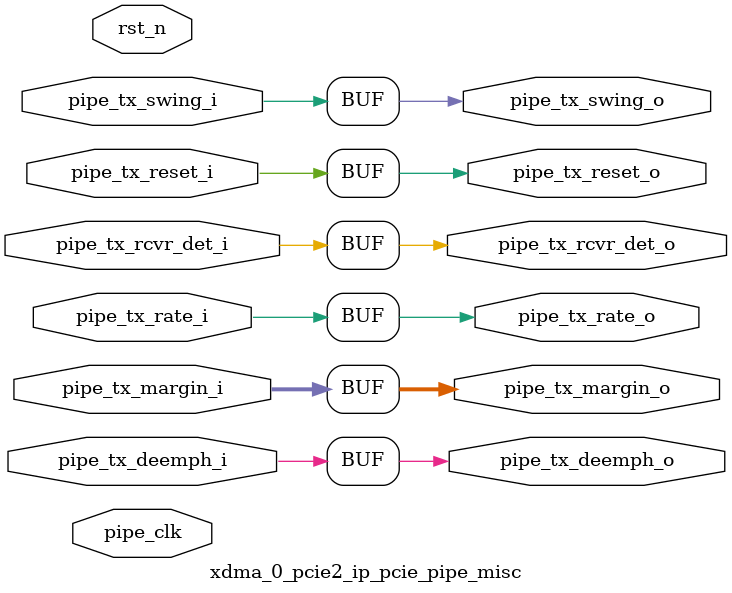
<source format=v>

`timescale 1ps/1ps

(* DowngradeIPIdentifiedWarnings = "yes" *)
module xdma_0_pcie2_ip_pcie_pipe_misc #
(
    parameter        PIPE_PIPELINE_STAGES = 0,    // 0 - 0 stages, 1 - 1 stage, 2 - 2 stages
    parameter TCQ  = 1 // synthesis warning solved: parameter declaration becomes local
)
(

    input   wire        pipe_tx_rcvr_det_i       ,     // PIPE Tx Receiver Detect
    input   wire        pipe_tx_reset_i          ,     // PIPE Tx Reset
    input   wire        pipe_tx_rate_i           ,     // PIPE Tx Rate
    input   wire        pipe_tx_deemph_i         ,     // PIPE Tx Deemphasis
    input   wire [2:0]  pipe_tx_margin_i         ,     // PIPE Tx Margin
    input   wire        pipe_tx_swing_i          ,     // PIPE Tx Swing

    output  wire        pipe_tx_rcvr_det_o       ,     // Pipelined PIPE Tx Receiver Detect
    output  wire        pipe_tx_reset_o          ,     // Pipelined PIPE Tx Reset
    output  wire        pipe_tx_rate_o           ,     // Pipelined PIPE Tx Rate
    output  wire        pipe_tx_deemph_o         ,     // Pipelined PIPE Tx Deemphasis
    output  wire [2:0]  pipe_tx_margin_o         ,     // Pipelined PIPE Tx Margin
    output  wire        pipe_tx_swing_o          ,     // Pipelined PIPE Tx Swing

    input   wire        pipe_clk                ,      // PIPE Clock
    input   wire        rst_n                          // Reset
);

//******************************************************************//
// Reality check.                                                   //
//******************************************************************//

//    parameter TCQ  = 1;      // clock to out delay model

    generate

    if (PIPE_PIPELINE_STAGES == 0) begin : pipe_stages_0

        assign pipe_tx_rcvr_det_o = pipe_tx_rcvr_det_i;
        assign pipe_tx_reset_o  = pipe_tx_reset_i;
        assign pipe_tx_rate_o = pipe_tx_rate_i;
        assign pipe_tx_deemph_o = pipe_tx_deemph_i;
        assign pipe_tx_margin_o = pipe_tx_margin_i;
        assign pipe_tx_swing_o = pipe_tx_swing_i;

    end // if (PIPE_PIPELINE_STAGES == 0)
    else if (PIPE_PIPELINE_STAGES == 1) begin : pipe_stages_1

    reg                pipe_tx_rcvr_det_q       ;
    reg                pipe_tx_reset_q          ;
    reg                pipe_tx_rate_q           ;
    reg                pipe_tx_deemph_q         ;
    reg [2:0]          pipe_tx_margin_q         ;
    reg                pipe_tx_swing_q          ;

        always @(posedge pipe_clk) begin

        if (rst_n)
        begin

            pipe_tx_rcvr_det_q <= #TCQ 0;
            pipe_tx_reset_q  <= #TCQ 1'b1;
            pipe_tx_rate_q <= #TCQ 0;
            pipe_tx_deemph_q <= #TCQ 1'b1;
            pipe_tx_margin_q <= #TCQ 0;
            pipe_tx_swing_q <= #TCQ 0;

        end
        else
        begin

            pipe_tx_rcvr_det_q <= #TCQ pipe_tx_rcvr_det_i;
            pipe_tx_reset_q  <= #TCQ pipe_tx_reset_i;
            pipe_tx_rate_q <= #TCQ pipe_tx_rate_i;
            pipe_tx_deemph_q <= #TCQ pipe_tx_deemph_i;
            pipe_tx_margin_q <= #TCQ pipe_tx_margin_i;
            pipe_tx_swing_q <= #TCQ pipe_tx_swing_i;

          end

        end

        assign pipe_tx_rcvr_det_o = pipe_tx_rcvr_det_q;
        assign pipe_tx_reset_o  = pipe_tx_reset_q;
        assign pipe_tx_rate_o = pipe_tx_rate_q;
        assign pipe_tx_deemph_o = pipe_tx_deemph_q;
        assign pipe_tx_margin_o = pipe_tx_margin_q;
        assign pipe_tx_swing_o = pipe_tx_swing_q;

    end // if (PIPE_PIPELINE_STAGES == 1)
    else if (PIPE_PIPELINE_STAGES == 2) begin : pipe_stages_2

    reg                pipe_tx_rcvr_det_q       ;
    reg                pipe_tx_reset_q          ;
    reg                pipe_tx_rate_q           ;
    reg                pipe_tx_deemph_q         ;
    reg [2:0]          pipe_tx_margin_q         ;
    reg                pipe_tx_swing_q          ;

    reg                pipe_tx_rcvr_det_qq      ;
    reg                pipe_tx_reset_qq         ;
    reg                pipe_tx_rate_qq          ;
    reg                pipe_tx_deemph_qq        ;
    reg [2:0]          pipe_tx_margin_qq        ;
    reg                pipe_tx_swing_qq         ;

        always @(posedge pipe_clk) begin

        if (rst_n)
        begin

            pipe_tx_rcvr_det_q <= #TCQ 0;
            pipe_tx_reset_q  <= #TCQ 1'b1;
            pipe_tx_rate_q <= #TCQ 0;
            pipe_tx_deemph_q <= #TCQ 1'b1;
            pipe_tx_margin_q <= #TCQ 0;
            pipe_tx_swing_q <= #TCQ 0;

            pipe_tx_rcvr_det_qq <= #TCQ 0;
            pipe_tx_reset_qq  <= #TCQ 1'b1;
            pipe_tx_rate_qq <= #TCQ 0;
            pipe_tx_deemph_qq <= #TCQ 1'b1;
            pipe_tx_margin_qq <= #TCQ 0;
            pipe_tx_swing_qq <= #TCQ 0;

        end
        else
        begin

            pipe_tx_rcvr_det_q <= #TCQ pipe_tx_rcvr_det_i;
            pipe_tx_reset_q  <= #TCQ pipe_tx_reset_i;
            pipe_tx_rate_q <= #TCQ pipe_tx_rate_i;
            pipe_tx_deemph_q <= #TCQ pipe_tx_deemph_i;
            pipe_tx_margin_q <= #TCQ pipe_tx_margin_i;
            pipe_tx_swing_q <= #TCQ pipe_tx_swing_i;

            pipe_tx_rcvr_det_qq <= #TCQ pipe_tx_rcvr_det_q;
            pipe_tx_reset_qq  <= #TCQ pipe_tx_reset_q;
            pipe_tx_rate_qq <= #TCQ pipe_tx_rate_q;
            pipe_tx_deemph_qq <= #TCQ pipe_tx_deemph_q;
            pipe_tx_margin_qq <= #TCQ pipe_tx_margin_q;
            pipe_tx_swing_qq <= #TCQ pipe_tx_swing_q;

          end

        end

        assign pipe_tx_rcvr_det_o = pipe_tx_rcvr_det_qq;
        assign pipe_tx_reset_o  = pipe_tx_reset_qq;
        assign pipe_tx_rate_o = pipe_tx_rate_qq;
        assign pipe_tx_deemph_o = pipe_tx_deemph_qq;
        assign pipe_tx_margin_o = pipe_tx_margin_qq;
        assign pipe_tx_swing_o = pipe_tx_swing_qq;

    end // if (PIPE_PIPELINE_STAGES == 2)

    endgenerate

endmodule


</source>
